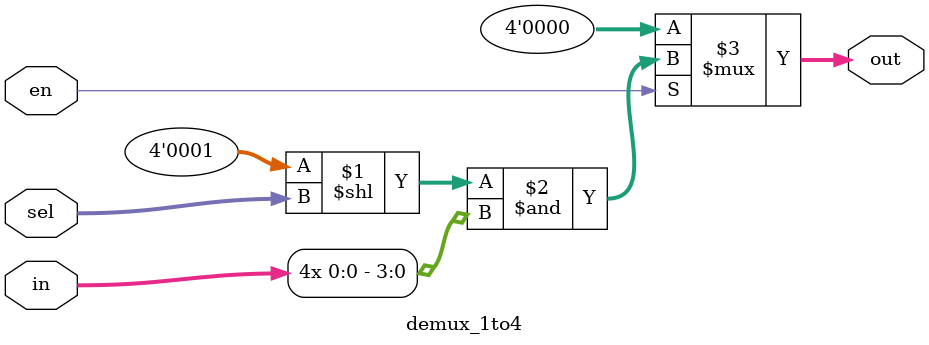
<source format=v>
`timescale 1ns / 1ps


module demux_1to4( in,sel,en,out);
input in,en;
input [1:0]sel;
output[3:0]out;

  assign out = en ? (4'b0001 << sel) & {4{in}} : 4'b0000;
endmodule



</source>
